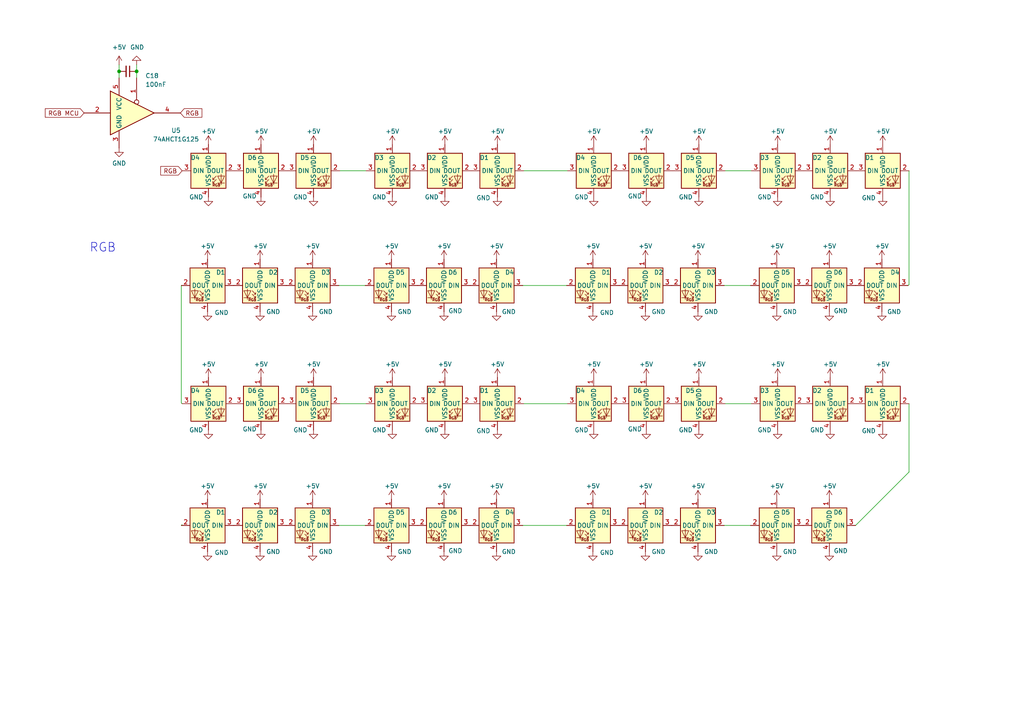
<source format=kicad_sch>
(kicad_sch (version 20230121) (generator eeschema)
  (paper "A4")
  (junction (at 34.544 20.701))
  (junction (at 39.624 20.701))
  (wire (pts (xy 34.544 18.796) (xy 34.544 20.701)))
  (wire (pts (xy 210.312 117.094) (xy 217.932 117.094)))
  (wire (pts (xy 151.638 152.4) (xy 164.338 152.4)))
  (wire (pts (xy 52.578 82.804) (xy 52.578 116.84)))
  (wire (pts (xy 39.624 20.701) (xy 39.624 22.606)))
  (wire (pts (xy 263.652 117.094) (xy 263.652 136.906)))
  (wire (pts (xy 217.678 82.804) (xy 210.058 82.804)))
  (wire (pts (xy 217.678 152.4) (xy 210.058 152.4)))
  (wire (pts (xy 164.592 49.53) (xy 151.892 49.53)))
  (wire (pts (xy 151.638 82.804) (xy 164.338 82.804)))
  (wire (pts (xy 263.652 136.906) (xy 248.158 152.4)))
  (wire (pts (xy 210.312 49.53) (xy 217.932 49.53)))
  (wire (pts (xy 52.578 116.84) (xy 52.832 117.094)))
  (wire (pts (xy 39.624 18.796) (xy 39.624 20.701)))
  (wire (pts (xy 34.544 20.701) (xy 34.544 22.606)))
  (wire (pts (xy 263.652 49.53) (xy 263.652 82.55)))
  (wire (pts (xy 98.552 49.53) (xy 106.172 49.53)))
  (wire (pts (xy 164.592 117.094) (xy 151.892 117.094)))
  (wire (pts (xy 52.832 152.146) (xy 52.578 152.4)))
  (wire (pts (xy 98.552 117.094) (xy 106.172 117.094)))
  (wire (pts (xy 105.918 152.4) (xy 98.298 152.4)))
  (wire (pts (xy 263.652 82.55) (xy 263.398 82.804)))
  (wire (pts (xy 105.918 82.804) (xy 98.298 82.804)))
  (text "RGB" (at 25.908 73.406 0) (effects (font (size 2.54 2.54)) (justify left bottom)))
  (global_label "RGB" (shape input) (at 52.832 49.53 180) (property "Intersheetrefs" "${INTERSHEET_REFS}" (effects hide)))
  (global_label "RGB MCU" (shape input) (at 24.384 32.766 180) (property "Intersheetrefs" "${INTERSHEET_REFS}" (effects hide)))
  (global_label "RGB" (shape input) (at 52.324 32.766 0) (property "Intersheetrefs" "${INTERSHEET_REFS}" (effects hide)))
  (symbol (lib_id "PCM_marbastlib-various:SK6812MINI-E") (at 255.778 82.804 0) (mirror y) (unit 1)
    (property "Reference" "D4" (at 259.588 78.994 0))
    (property "Value" "SK6812MINI-E" (effects hide))
    (property "Footprint" "PCM_marbastlib-various:LED_6028R" (effects hide))
    (property "Datasheet" "https://cdn-shop.adafruit.com/product-files/2686/SK6812MINI_REV.01-1-2.pdf" (effects hide))
    (property "LCSC Part" "C5149201" (effects hide))
    (property "LCSC" "C5149201" (effects hide))
    (instances (project "MoonPad" (path "" (reference "D4") (unit 1))) (project "vootington" (path "" (reference "D7") (unit 1)) (path "" (reference "D19") (unit 1))))
  )
  (symbol (lib_id "power:+5V") (at 129.032 109.474 0) (mirror y) (unit 1)
    (property "Reference" "#PWR037" (effects hide))
    (property "Value" "+5V" (at 129.032 105.664 0))
    (instances (project "MoonPad" (path "" (reference "#PWR037") (unit 1))) (project "vootington" (path "" (reference "#PWR037") (unit 1)) (path "" (reference "#PWR0269") (unit 1))))
  )
  (symbol (lib_id "power:GND") (at 172.212 57.15 0) (mirror y) (unit 1)
    (property "Reference" "#PWR045" (effects hide))
    (property "Value" "GND" (at 168.656 57.15 0))
    (instances (project "MoonPad" (path "" (reference "#PWR045") (unit 1))) (project "vootington" (path "" (reference "#PWR051") (unit 1)) (path "" (reference "#PWR051") (unit 1))))
  )
  (symbol (lib_id "power:GND") (at 187.198 160.02 0) (unit 1)
    (property "Reference" "#PWR031" (effects hide))
    (property "Value" "GND" (at 191.008 160.02 0))
    (instances (project "MoonPad" (path "" (reference "#PWR031") (unit 1))) (project "vootington" (path "" (reference "#PWR047") (unit 1)) (path "" (reference "#PWR0351") (unit 1))))
  )
  (symbol (lib_id "PCM_marbastlib-various:SK6812MINI-E") (at 172.212 117.094 0) (unit 1)
    (property "Reference" "D4" (at 168.402 113.284 0))
    (property "Value" "SK6812MINI-E" (effects hide))
    (property "Footprint" "PCM_marbastlib-various:LED_6028R" (effects hide))
    (property "Datasheet" "https://cdn-shop.adafruit.com/product-files/2686/SK6812MINI_REV.01-1-2.pdf" (effects hide))
    (property "LCSC Part" "C5149201" (effects hide))
    (property "LCSC" "C5149201" (effects hide))
    (instances (project "MoonPad" (path "" (reference "D4") (unit 1))) (project "vootington" (path "" (reference "D7") (unit 1)) (path "" (reference "D37") (unit 1))))
  )
  (symbol (lib_id "power:GND") (at 171.958 90.424 0) (unit 1)
    (property "Reference" "#PWR043" (effects hide))
    (property "Value" "GND" (at 176.022 90.678 0))
    (instances (project "MoonPad" (path "" (reference "#PWR043") (unit 1))) (project "vootington" (path "" (reference "#PWR046") (unit 1)) (path "" (reference "#PWR0338") (unit 1))))
  )
  (symbol (lib_id "power:GND") (at 172.212 124.714 0) (mirror y) (unit 1)
    (property "Reference" "#PWR045" (effects hide))
    (property "Value" "GND" (at 168.656 124.714 0))
    (instances (project "MoonPad" (path "" (reference "#PWR045") (unit 1))) (project "vootington" (path "" (reference "#PWR051") (unit 1)) (path "" (reference "#PWR0331") (unit 1))))
  )
  (symbol (lib_id "power:+5V") (at 144.018 75.184 0) (unit 1)
    (property "Reference" "#PWR040" (effects hide))
    (property "Value" "+5V" (at 144.018 71.374 0))
    (instances (project "MoonPad" (path "" (reference "#PWR040") (unit 1))) (project "vootington" (path "" (reference "#PWR038") (unit 1)) (path "" (reference "#PWR0252") (unit 1))))
  )
  (symbol (lib_id "PCM_marbastlib-various:SK6812MINI-E") (at 90.678 152.4 0) (mirror y) (unit 1)
    (property "Reference" "D3" (at 94.488 148.59 0))
    (property "Value" "SK6812MINI" (effects hide))
    (property "Footprint" "PCM_marbastlib-various:LED_6028R" (effects hide))
    (property "Datasheet" "https://datasheet.lcsc.com/lcsc/2209211130_OPSCO-Optoelectronics-SK6812MINI-B-012_C5183448.pdf" (effects hide))
    (property "LCSC Part" "C5183448" (effects hide))
    (property "LCSC" "C5183448" (effects hide))
    (instances (project "MoonPad" (path "" (reference "D3") (unit 1))) (project "vootington" (path "" (reference "D4") (unit 1)) (path "" (reference "D46") (unit 1))))
  )
  (symbol (lib_id "power:+5V") (at 202.438 144.78 0) (unit 1)
    (property "Reference" "#PWR040" (effects hide))
    (property "Value" "+5V" (at 202.438 140.97 0))
    (instances (project "MoonPad" (path "" (reference "#PWR040") (unit 1))) (project "vootington" (path "" (reference "#PWR038") (unit 1)) (path "" (reference "#PWR0294") (unit 1))))
  )
  (symbol (lib_id "PCM_marbastlib-various:SK6812MINI-E") (at 90.932 117.094 0) (unit 1)
    (property "Reference" "D5" (at 88.392 113.284 0))
    (property "Value" "SK6812MINI" (effects hide))
    (property "Footprint" "PCM_marbastlib-various:LED_6028R" (effects hide))
    (property "Datasheet" "https://datasheet.lcsc.com/lcsc/2209211130_OPSCO-Optoelectronics-SK6812MINI-B-012_C5183448.pdf" (effects hide))
    (property "LCSC Part" "C5183448" (effects hide))
    (property "LCSC" "C5183448" (effects hide))
    (instances (project "MoonPad" (path "" (reference "D5") (unit 1))) (project "vootington" (path "" (reference "D5") (unit 1)) (path "" (reference "D29") (unit 1))))
  )
  (symbol (lib_id "power:+5V") (at 202.692 109.474 0) (mirror y) (unit 1)
    (property "Reference" "#PWR030" (effects hide))
    (property "Value" "+5V" (at 202.692 105.664 0))
    (instances (project "MoonPad" (path "" (reference "#PWR030") (unit 1))) (project "vootington" (path "" (reference "#PWR036") (unit 1)) (path "" (reference "#PWR0277") (unit 1))))
  )
  (symbol (lib_id "power:+5V") (at 113.538 144.78 0) (unit 1)
    (property "Reference" "#PWR030" (effects hide))
    (property "Value" "+5V" (at 113.538 140.97 0))
    (instances (project "MoonPad" (path "" (reference "#PWR030") (unit 1))) (project "vootington" (path "" (reference "#PWR036") (unit 1)) (path "" (reference "#PWR0301") (unit 1))))
  )
  (symbol (lib_id "power:+5V") (at 144.018 144.78 0) (unit 1)
    (property "Reference" "#PWR040" (effects hide))
    (property "Value" "+5V" (at 144.018 140.97 0))
    (instances (project "MoonPad" (path "" (reference "#PWR040") (unit 1))) (project "vootington" (path "" (reference "#PWR038") (unit 1)) (path "" (reference "#PWR0303") (unit 1))))
  )
  (symbol (lib_id "PCM_marbastlib-various:SK6812MINI-E") (at 256.032 117.094 0) (unit 1)
    (property "Reference" "D1" (at 252.222 113.284 0))
    (property "Value" "SK6812MINI-E" (effects hide))
    (property "Footprint" "PCM_marbastlib-various:LED_6028R" (effects hide))
    (property "Datasheet" "https://cdn-shop.adafruit.com/product-files/2686/SK6812MINI_REV.01-1-2.pdf" (effects hide))
    (property "LCSC Part" "C5149201" (effects hide))
    (property "LCSC" "C5149201" (effects hide))
    (instances (project "MoonPad" (path "" (reference "D1") (unit 1))) (project "vootington" (path "" (reference "D2") (unit 1)) (path "" (reference "D32") (unit 1))))
  )
  (symbol (lib_id "power:+5V") (at 172.212 109.474 0) (mirror y) (unit 1)
    (property "Reference" "#PWR040" (effects hide))
    (property "Value" "+5V" (at 172.212 105.664 0))
    (instances (project "MoonPad" (path "" (reference "#PWR040") (unit 1))) (project "vootington" (path "" (reference "#PWR038") (unit 1)) (path "" (reference "#PWR0279") (unit 1))))
  )
  (symbol (lib_id "PCM_marbastlib-various:SK6812MINI-E") (at 113.538 152.4 0) (mirror y) (unit 1)
    (property "Reference" "D5" (at 116.078 148.59 0))
    (property "Value" "SK6812MINI" (effects hide))
    (property "Footprint" "PCM_marbastlib-various:LED_6028R" (effects hide))
    (property "Datasheet" "https://datasheet.lcsc.com/lcsc/2209211130_OPSCO-Optoelectronics-SK6812MINI-B-012_C5183448.pdf" (effects hide))
    (property "LCSC Part" "C5183448" (effects hide))
    (property "LCSC" "C5183448" (effects hide))
    (instances (project "MoonPad" (path "" (reference "D5") (unit 1))) (project "vootington" (path "" (reference "D5") (unit 1)) (path "" (reference "D47") (unit 1))))
  )
  (symbol (lib_id "PCM_marbastlib-various:SK6812MINI-E") (at 128.778 152.4 0) (mirror y) (unit 1)
    (property "Reference" "D6" (at 131.318 148.59 0))
    (property "Value" "SK6812MINI" (effects hide))
    (property "Footprint" "PCM_marbastlib-various:LED_6028R" (effects hide))
    (property "Datasheet" "https://datasheet.lcsc.com/lcsc/2209211130_OPSCO-Optoelectronics-SK6812MINI-B-012_C5183448.pdf" (effects hide))
    (property "LCSC Part" "C5183448" (effects hide))
    (property "LCSC" "C5183448" (effects hide))
    (instances (project "MoonPad" (path "" (reference "D6") (unit 1))) (project "vootington" (path "" (reference "D6") (unit 1)) (path "" (reference "D48") (unit 1))))
  )
  (symbol (lib_id "power:GND") (at 187.198 90.424 0) (unit 1)
    (property "Reference" "#PWR031" (effects hide))
    (property "Value" "GND" (at 191.008 90.424 0))
    (instances (project "MoonPad" (path "" (reference "#PWR031") (unit 1))) (project "vootington" (path "" (reference "#PWR047") (unit 1)) (path "" (reference "#PWR0339") (unit 1))))
  )
  (symbol (lib_id "power:+5V") (at 128.778 144.78 0) (unit 1)
    (property "Reference" "#PWR037" (effects hide))
    (property "Value" "+5V" (at 128.778 140.97 0))
    (instances (project "MoonPad" (path "" (reference "#PWR037") (unit 1))) (project "vootington" (path "" (reference "#PWR037") (unit 1)) (path "" (reference "#PWR0302") (unit 1))))
  )
  (symbol (lib_id "power:GND") (at 113.538 160.02 0) (unit 1)
    (property "Reference" "#PWR041" (effects hide))
    (property "Value" "GND" (at 117.348 160.02 0))
    (instances (project "MoonPad" (path "" (reference "#PWR041") (unit 1))) (project "vootington" (path "" (reference "#PWR049") (unit 1)) (path "" (reference "#PWR0335") (unit 1))))
  )
  (symbol (lib_id "power:GND") (at 202.692 57.15 0) (mirror y) (unit 1)
    (property "Reference" "#PWR041" (effects hide))
    (property "Value" "GND" (at 198.882 57.15 0))
    (instances (project "MoonPad" (path "" (reference "#PWR041") (unit 1))) (project "vootington" (path "" (reference "#PWR049") (unit 1)) (path "" (reference "#PWR049") (unit 1))))
  )
  (symbol (lib_id "power:GND") (at 60.452 57.15 0) (mirror y) (unit 1)
    (property "Reference" "#PWR045" (effects hide))
    (property "Value" "GND" (at 56.896 57.15 0))
    (instances (project "MoonPad" (path "" (reference "#PWR045") (unit 1))) (project "vootington" (path "" (reference "#PWR051") (unit 1)) (path "" (reference "#PWR0319") (unit 1))))
  )
  (symbol (lib_id "power:+5V") (at 60.198 75.184 0) (unit 1)
    (property "Reference" "#PWR030" (effects hide))
    (property "Value" "+5V" (at 60.198 71.374 0))
    (instances (project "MoonPad" (path "" (reference "#PWR030") (unit 1))) (project "vootington" (path "" (reference "#PWR036") (unit 1)) (path "" (reference "#PWR0244") (unit 1))))
  )
  (symbol (lib_id "PCM_marbastlib-various:SK6812MINI-E") (at 113.792 49.53 0) (unit 1)
    (property "Reference" "D3" (at 109.982 45.72 0))
    (property "Value" "SK6812MINI" (effects hide))
    (property "Footprint" "PCM_marbastlib-various:LED_6028R" (effects hide))
    (property "Datasheet" "https://datasheet.lcsc.com/lcsc/2209211130_OPSCO-Optoelectronics-SK6812MINI-B-012_C5183448.pdf" (effects hide))
    (property "LCSC Part" "C5183448" (effects hide))
    (property "LCSC" "C5183448" (effects hide))
    (instances (project "MoonPad" (path "" (reference "D3") (unit 1))) (project "vootington" (path "" (reference "D4") (unit 1)) (path "" (reference "D10") (unit 1))))
  )
  (symbol (lib_id "PCM_marbastlib-various:SK6812MINI-E") (at 75.438 82.804 0) (mirror y) (unit 1)
    (property "Reference" "D2" (at 79.248 78.994 0))
    (property "Value" "SK6812MINI" (effects hide))
    (property "Footprint" "PCM_marbastlib-various:LED_6028R" (effects hide))
    (property "Datasheet" "https://datasheet.lcsc.com/lcsc/2209211130_OPSCO-Optoelectronics-SK6812MINI-B-012_C5183448.pdf" (effects hide))
    (property "LCSC Part" "C5183448" (effects hide))
    (property "LCSC" "C5183448" (effects hide))
    (instances (project "MoonPad" (path "" (reference "D2") (unit 1))) (project "vootington" (path "" (reference "D3") (unit 1)) (path "" (reference "D21") (unit 1))))
  )
  (symbol (lib_id "power:+5V") (at 60.452 41.91 0) (mirror y) (unit 1)
    (property "Reference" "#PWR040" (effects hide))
    (property "Value" "+5V" (at 60.452 38.1 0))
    (instances (project "MoonPad" (path "" (reference "#PWR040") (unit 1))) (project "vootington" (path "" (reference "#PWR038") (unit 1)) (path "" (reference "#PWR0240") (unit 1))))
  )
  (symbol (lib_id "PCM_marbastlib-various:SK6812MINI-E") (at 202.692 117.094 0) (unit 1)
    (property "Reference" "D5" (at 200.152 113.284 0))
    (property "Value" "SK6812MINI" (effects hide))
    (property "Footprint" "PCM_marbastlib-various:LED_6028R" (effects hide))
    (property "Datasheet" "https://datasheet.lcsc.com/lcsc/2209211130_OPSCO-Optoelectronics-SK6812MINI-B-012_C5183448.pdf" (effects hide))
    (property "LCSC Part" "C5183448" (effects hide))
    (property "LCSC" "C5183448" (effects hide))
    (instances (project "MoonPad" (path "" (reference "D5") (unit 1))) (project "vootington" (path "" (reference "D5") (unit 1)) (path "" (reference "D35") (unit 1))))
  )
  (symbol (lib_id "PCM_marbastlib-various:SK6812MINI-E") (at 113.792 117.094 0) (unit 1)
    (property "Reference" "D3" (at 109.982 113.284 0))
    (property "Value" "SK6812MINI" (effects hide))
    (property "Footprint" "PCM_marbastlib-various:LED_6028R" (effects hide))
    (property "Datasheet" "https://datasheet.lcsc.com/lcsc/2209211130_OPSCO-Optoelectronics-SK6812MINI-B-012_C5183448.pdf" (effects hide))
    (property "LCSC Part" "C5183448" (effects hide))
    (property "LCSC" "C5183448" (effects hide))
    (instances (project "MoonPad" (path "" (reference "D3") (unit 1))) (project "vootington" (path "" (reference "D4") (unit 1)) (path "" (reference "D28") (unit 1))))
  )
  (symbol (lib_id "PCM_marbastlib-various:SK6812MINI-E") (at 113.538 82.804 0) (mirror y) (unit 1)
    (property "Reference" "D5" (at 116.078 78.994 0))
    (property "Value" "SK6812MINI" (effects hide))
    (property "Footprint" "PCM_marbastlib-various:LED_6028R" (effects hide))
    (property "Datasheet" "https://datasheet.lcsc.com/lcsc/2209211130_OPSCO-Optoelectronics-SK6812MINI-B-012_C5183448.pdf" (effects hide))
    (property "LCSC Part" "C5183448" (effects hide))
    (property "LCSC" "C5183448" (effects hide))
    (instances (project "MoonPad" (path "" (reference "D5") (unit 1))) (project "vootington" (path "" (reference "D5") (unit 1)) (path "" (reference "D23") (unit 1))))
  )
  (symbol (lib_id "PCM_marbastlib-various:SK6812MINI-E") (at 144.272 49.53 0) (unit 1)
    (property "Reference" "D1" (at 140.462 45.72 0))
    (property "Value" "SK6812MINI-E" (effects hide))
    (property "Footprint" "PCM_marbastlib-various:LED_6028R" (effects hide))
    (property "Datasheet" "https://cdn-shop.adafruit.com/product-files/2686/SK6812MINI_REV.01-1-2.pdf" (effects hide))
    (property "LCSC Part" "C5149201" (effects hide))
    (property "LCSC" "C5149201" (effects hide))
    (instances (project "MoonPad" (path "" (reference "D1") (unit 1))) (project "vootington" (path "" (reference "D2") (unit 1)) (path "" (reference "D8") (unit 1))))
  )
  (symbol (lib_id "PCM_marbastlib-various:SK6812MINI-E") (at 60.198 152.4 0) (mirror y) (unit 1)
    (property "Reference" "D1" (at 64.008 148.59 0))
    (property "Value" "SK6812MINI-E" (effects hide))
    (property "Footprint" "PCM_marbastlib-various:LED_6028R" (effects hide))
    (property "Datasheet" "https://cdn-shop.adafruit.com/product-files/2686/SK6812MINI_REV.01-1-2.pdf" (effects hide))
    (property "LCSC Part" "C5149201" (effects hide))
    (property "LCSC" "C5149201" (effects hide))
    (instances (project "MoonPad" (path "" (reference "D1") (unit 1))) (project "vootington" (path "" (reference "D2") (unit 1)) (path "" (reference "D44") (unit 1))))
  )
  (symbol (lib_id "power:GND") (at 240.538 90.424 0) (unit 1)
    (property "Reference" "#PWR033" (effects hide))
    (property "Value" "GND" (at 243.84 90.17 0))
    (instances (project "MoonPad" (path "" (reference "#PWR033") (unit 1))) (project "vootington" (path "" (reference "#PWR050") (unit 1)) (path "" (reference "#PWR0342") (unit 1))))
  )
  (symbol (lib_id "PCM_marbastlib-various:SK6812MINI-E") (at 240.792 49.53 0) (unit 1)
    (property "Reference" "D2" (at 236.982 45.72 0))
    (property "Value" "SK6812MINI" (effects hide))
    (property "Footprint" "PCM_marbastlib-various:LED_6028R" (effects hide))
    (property "Datasheet" "https://datasheet.lcsc.com/lcsc/2209211130_OPSCO-Optoelectronics-SK6812MINI-B-012_C5183448.pdf" (effects hide))
    (property "LCSC Part" "C5183448" (effects hide))
    (property "LCSC" "C5183448" (effects hide))
    (instances (project "MoonPad" (path "" (reference "D2") (unit 1))) (project "vootington" (path "" (reference "D3") (unit 1)) (path "" (reference "D3") (unit 1))))
  )
  (symbol (lib_id "power:GND") (at 113.538 90.424 0) (unit 1)
    (property "Reference" "#PWR041" (effects hide))
    (property "Value" "GND" (at 117.348 90.424 0))
    (instances (project "MoonPad" (path "" (reference "#PWR041") (unit 1))) (project "vootington" (path "" (reference "#PWR049") (unit 1)) (path "" (reference "#PWR0323") (unit 1))))
  )
  (symbol (lib_id "power:+5V") (at 144.272 41.91 0) (mirror y) (unit 1)
    (property "Reference" "#PWR030" (effects hide))
    (property "Value" "+5V" (at 144.272 38.1 0))
    (instances (project "MoonPad" (path "" (reference "#PWR030") (unit 1))) (project "vootington" (path "" (reference "#PWR036") (unit 1)) (path "" (reference "#PWR0224") (unit 1))))
  )
  (symbol (lib_id "power:+5V") (at 187.198 75.184 0) (unit 1)
    (property "Reference" "#PWR037" (effects hide))
    (property "Value" "+5V" (at 187.198 71.374 0))
    (instances (project "MoonPad" (path "" (reference "#PWR037") (unit 1))) (project "vootington" (path "" (reference "#PWR037") (unit 1)) (path "" (reference "#PWR0257") (unit 1))))
  )
  (symbol (lib_id "PCM_marbastlib-various:SK6812MINI-E") (at 75.692 49.53 0) (unit 1)
    (property "Reference" "D6" (at 73.152 45.72 0))
    (property "Value" "SK6812MINI" (effects hide))
    (property "Footprint" "PCM_marbastlib-various:LED_6028R" (effects hide))
    (property "Datasheet" "https://datasheet.lcsc.com/lcsc/2209211130_OPSCO-Optoelectronics-SK6812MINI-B-012_C5183448.pdf" (effects hide))
    (property "LCSC Part" "C5183448" (effects hide))
    (property "LCSC" "C5183448" (effects hide))
    (instances (project "MoonPad" (path "" (reference "D6") (unit 1))) (project "vootington" (path "" (reference "D6") (unit 1)) (path "" (reference "D12") (unit 1))))
  )
  (symbol (lib_id "PCM_marbastlib-various:SK6812MINI-E") (at 129.032 117.094 0) (unit 1)
    (property "Reference" "D2" (at 125.222 113.284 0))
    (property "Value" "SK6812MINI" (effects hide))
    (property "Footprint" "PCM_marbastlib-various:LED_6028R" (effects hide))
    (property "Datasheet" "https://datasheet.lcsc.com/lcsc/2209211130_OPSCO-Optoelectronics-SK6812MINI-B-012_C5183448.pdf" (effects hide))
    (property "LCSC Part" "C5183448" (effects hide))
    (property "LCSC" "C5183448" (effects hide))
    (instances (project "MoonPad" (path "" (reference "D2") (unit 1))) (project "vootington" (path "" (reference "D3") (unit 1)) (path "" (reference "D27") (unit 1))))
  )
  (symbol (lib_id "power:GND") (at 128.778 90.424 0) (unit 1)
    (property "Reference" "#PWR033" (effects hide))
    (property "Value" "GND" (at 132.08 90.17 0))
    (instances (project "MoonPad" (path "" (reference "#PWR033") (unit 1))) (project "vootington" (path "" (reference "#PWR050") (unit 1)) (path "" (reference "#PWR0324") (unit 1))))
  )
  (symbol (lib_id "power:GND") (at 202.438 90.424 0) (unit 1)
    (property "Reference" "#PWR038" (effects hide))
    (property "Value" "GND" (at 206.248 90.424 0))
    (instances (project "MoonPad" (path "" (reference "#PWR038") (unit 1))) (project "vootington" (path "" (reference "#PWR048") (unit 1)) (path "" (reference "#PWR0340") (unit 1))))
  )
  (symbol (lib_id "power:GND") (at 144.018 160.02 0) (unit 1)
    (property "Reference" "#PWR045" (effects hide))
    (property "Value" "GND" (at 147.574 160.02 0))
    (instances (project "MoonPad" (path "" (reference "#PWR045") (unit 1))) (project "vootington" (path "" (reference "#PWR051") (unit 1)) (path "" (reference "#PWR0337") (unit 1))))
  )
  (symbol (lib_id "power:+5V") (at 60.198 144.78 0) (unit 1)
    (property "Reference" "#PWR030" (effects hide))
    (property "Value" "+5V" (at 60.198 140.97 0))
    (instances (project "MoonPad" (path "" (reference "#PWR030") (unit 1))) (project "vootington" (path "" (reference "#PWR036") (unit 1)) (path "" (reference "#PWR0298") (unit 1))))
  )
  (symbol (lib_id "power:GND") (at 60.198 160.02 0) (unit 1)
    (property "Reference" "#PWR043" (effects hide))
    (property "Value" "GND" (at 64.262 160.274 0))
    (instances (project "MoonPad" (path "" (reference "#PWR043") (unit 1))) (project "vootington" (path "" (reference "#PWR046") (unit 1)) (path "" (reference "#PWR0332") (unit 1))))
  )
  (symbol (lib_id "power:+5V") (at 90.678 144.78 0) (unit 1)
    (property "Reference" "#PWR040" (effects hide))
    (property "Value" "+5V" (at 90.678 140.97 0))
    (instances (project "MoonPad" (path "" (reference "#PWR040") (unit 1))) (project "vootington" (path "" (reference "#PWR038") (unit 1)) (path "" (reference "#PWR0300") (unit 1))))
  )
  (symbol (lib_id "PCM_marbastlib-various:SK6812MINI-E") (at 144.018 152.4 0) (mirror y) (unit 1)
    (property "Reference" "D4" (at 147.828 148.59 0))
    (property "Value" "SK6812MINI-E" (effects hide))
    (property "Footprint" "PCM_marbastlib-various:LED_6028R" (effects hide))
    (property "Datasheet" "https://cdn-shop.adafruit.com/product-files/2686/SK6812MINI_REV.01-1-2.pdf" (effects hide))
    (property "LCSC Part" "C5149201" (effects hide))
    (property "LCSC" "C5149201" (effects hide))
    (instances (project "MoonPad" (path "" (reference "D4") (unit 1))) (project "vootington" (path "" (reference "D7") (unit 1)) (path "" (reference "D49") (unit 1))))
  )
  (symbol (lib_id "power:+5V") (at 202.438 75.184 0) (unit 1)
    (property "Reference" "#PWR040" (effects hide))
    (property "Value" "+5V" (at 202.438 71.374 0))
    (instances (project "MoonPad" (path "" (reference "#PWR040") (unit 1))) (project "vootington" (path "" (reference "#PWR038") (unit 1)) (path "" (reference "#PWR0258") (unit 1))))
  )
  (symbol (lib_id "power:GND") (at 90.678 90.424 0) (unit 1)
    (property "Reference" "#PWR038" (effects hide))
    (property "Value" "GND" (at 94.488 90.424 0))
    (instances (project "MoonPad" (path "" (reference "#PWR038") (unit 1))) (project "vootington" (path "" (reference "#PWR048") (unit 1)) (path "" (reference "#PWR0322") (unit 1))))
  )
  (symbol (lib_id "PCM_marbastlib-various:SK6812MINI-E") (at 240.792 117.094 0) (unit 1)
    (property "Reference" "D2" (at 236.982 113.284 0))
    (property "Value" "SK6812MINI" (effects hide))
    (property "Footprint" "PCM_marbastlib-various:LED_6028R" (effects hide))
    (property "Datasheet" "https://datasheet.lcsc.com/lcsc/2209211130_OPSCO-Optoelectronics-SK6812MINI-B-012_C5183448.pdf" (effects hide))
    (property "LCSC Part" "C5183448" (effects hide))
    (property "LCSC" "C5183448" (effects hide))
    (instances (project "MoonPad" (path "" (reference "D2") (unit 1))) (project "vootington" (path "" (reference "D3") (unit 1)) (path "" (reference "D33") (unit 1))))
  )
  (symbol (lib_id "power:GND") (at 75.438 90.424 0) (unit 1)
    (property "Reference" "#PWR031" (effects hide))
    (property "Value" "GND" (at 79.248 90.424 0))
    (instances (project "MoonPad" (path "" (reference "#PWR031") (unit 1))) (project "vootington" (path "" (reference "#PWR047") (unit 1)) (path "" (reference "#PWR0321") (unit 1))))
  )
  (symbol (lib_id "PCM_marbastlib-various:SK6812MINI-E") (at 171.958 152.4 0) (mirror y) (unit 1)
    (property "Reference" "D1" (at 175.768 148.59 0))
    (property "Value" "SK6812MINI-E" (effects hide))
    (property "Footprint" "PCM_marbastlib-various:LED_6028R" (effects hide))
    (property "Datasheet" "https://cdn-shop.adafruit.com/product-files/2686/SK6812MINI_REV.01-1-2.pdf" (effects hide))
    (property "LCSC Part" "C5149201" (effects hide))
    (property "LCSC" "C5149201" (effects hide))
    (instances (project "MoonPad" (path "" (reference "D1") (unit 1))) (project "vootington" (path "" (reference "D2") (unit 1)) (path "" (reference "D38") (unit 1))))
  )
  (symbol (lib_id "power:+5V") (at 75.438 75.184 0) (unit 1)
    (property "Reference" "#PWR037" (effects hide))
    (property "Value" "+5V" (at 75.438 71.374 0))
    (instances (project "MoonPad" (path "" (reference "#PWR037") (unit 1))) (project "vootington" (path "" (reference "#PWR037") (unit 1)) (path "" (reference "#PWR0245") (unit 1))))
  )
  (symbol (lib_id "power:+5V") (at 172.212 41.91 0) (mirror y) (unit 1)
    (property "Reference" "#PWR040" (effects hide))
    (property "Value" "+5V" (at 172.212 38.1 0))
    (instances (project "MoonPad" (path "" (reference "#PWR040") (unit 1))) (project "vootington" (path "" (reference "#PWR038") (unit 1)) (path "" (reference "#PWR038") (unit 1))))
  )
  (symbol (lib_id "power:GND") (at 39.624 18.796 180) (unit 1)
    (property "Reference" "#PWR0137" (effects hide))
    (property "Value" "GND" (at 37.719 13.716 0) (effects (justify right)))
    (instances (project "rgb" (path "" (reference "#PWR0137") (unit 1))) (project "vootington" (path "" (reference "#PWR017") (unit 1))) (project "UB46" (path "" (reference "#PWR0137") (unit 1))))
  )
  (symbol (lib_id "power:GND") (at 187.452 57.15 0) (mirror y) (unit 1)
    (property "Reference" "#PWR033" (effects hide))
    (property "Value" "GND" (at 184.15 56.896 0))
    (instances (project "MoonPad" (path "" (reference "#PWR033") (unit 1))) (project "vootington" (path "" (reference "#PWR050") (unit 1)) (path "" (reference "#PWR050") (unit 1))))
  )
  (symbol (lib_id "PCM_marbastlib-various:SK6812MINI-E") (at 75.692 117.094 0) (unit 1)
    (property "Reference" "D6" (at 73.152 113.284 0))
    (property "Value" "SK6812MINI" (effects hide))
    (property "Footprint" "PCM_marbastlib-various:LED_6028R" (effects hide))
    (property "Datasheet" "https://datasheet.lcsc.com/lcsc/2209211130_OPSCO-Optoelectronics-SK6812MINI-B-012_C5183448.pdf" (effects hide))
    (property "LCSC Part" "C5183448" (effects hide))
    (property "LCSC" "C5183448" (effects hide))
    (instances (project "MoonPad" (path "" (reference "D6") (unit 1))) (project "vootington" (path "" (reference "D6") (unit 1)) (path "" (reference "D30") (unit 1))))
  )
  (symbol (lib_id "power:+5V") (at 90.932 109.474 0) (mirror y) (unit 1)
    (property "Reference" "#PWR030" (effects hide))
    (property "Value" "+5V" (at 90.932 105.664 0))
    (instances (project "MoonPad" (path "" (reference "#PWR030") (unit 1))) (project "vootington" (path "" (reference "#PWR036") (unit 1)) (path "" (reference "#PWR0271") (unit 1))))
  )
  (symbol (lib_id "power:+5V") (at 240.792 41.91 0) (mirror y) (unit 1)
    (property "Reference" "#PWR026" (effects hide))
    (property "Value" "+5V" (at 240.792 38.1 0))
    (instances (project "MoonPad" (path "" (reference "#PWR026") (unit 1))) (project "vootington" (path "" (reference "#PWR034") (unit 1)) (path "" (reference "#PWR034") (unit 1))))
  )
  (symbol (lib_id "power:GND") (at 90.932 57.15 0) (mirror y) (unit 1)
    (property "Reference" "#PWR041" (effects hide))
    (property "Value" "GND" (at 87.122 57.15 0))
    (instances (project "MoonPad" (path "" (reference "#PWR041") (unit 1))) (project "vootington" (path "" (reference "#PWR049") (unit 1)) (path "" (reference "#PWR0317") (unit 1))))
  )
  (symbol (lib_id "power:+5V") (at 90.932 41.91 0) (mirror y) (unit 1)
    (property "Reference" "#PWR030" (effects hide))
    (property "Value" "+5V" (at 90.932 38.1 0))
    (instances (project "MoonPad" (path "" (reference "#PWR030") (unit 1))) (project "vootington" (path "" (reference "#PWR036") (unit 1)) (path "" (reference "#PWR0238") (unit 1))))
  )
  (symbol (lib_id "power:+5V") (at 255.778 75.184 0) (unit 1)
    (property "Reference" "#PWR040" (effects hide))
    (property "Value" "+5V" (at 255.778 71.374 0))
    (instances (project "MoonPad" (path "" (reference "#PWR040") (unit 1))) (project "vootington" (path "" (reference "#PWR038") (unit 1)) (path "" (reference "#PWR0264") (unit 1))))
  )
  (symbol (lib_id "power:+5V") (at 256.032 109.474 0) (mirror y) (unit 1)
    (property "Reference" "#PWR030" (effects hide))
    (property "Value" "+5V" (at 256.032 105.664 0))
    (instances (project "MoonPad" (path "" (reference "#PWR030") (unit 1))) (project "vootington" (path "" (reference "#PWR036") (unit 1)) (path "" (reference "#PWR0274") (unit 1))))
  )
  (symbol (lib_id "power:+5V") (at 187.452 41.91 0) (mirror y) (unit 1)
    (property "Reference" "#PWR037" (effects hide))
    (property "Value" "+5V" (at 187.452 38.1 0))
  )
  (symbol (lib_id "power:GND") (at 34.544 42.926 0) (unit 1)
    (property "Reference" "#PWR0136" (effects hide))
    (property "Value" "GND" (at 34.544 47.371 0))
    (instances (project "rgb" (path "" (reference "#PWR0136") (unit 1))) (project "vootington" (path "" (reference "#PWR019") (unit 1))) (project "UB46" (path "" (reference "#PWR0136") (unit 1))))
  )
  (symbol (lib_id "power:+5V") (at 113.792 41.91 0) (mirror y) (unit 1)
    (property "Reference" "#PWR040" (effects hide))
    (property "Value" "+5V" (at 113.792 38.1 0))
    (instances (project "MoonPad" (path "" (reference "#PWR040") (unit 1))) (project "vootington" (path "" (reference "#PWR038") (unit 1)) (path "" (reference "#PWR0226") (unit 1))))
  )
  (symbol (lib_id "power:GND") (at 240.792 124.714 0) (mirror y) (unit 1)
    (property "Reference" "#PWR031" (effects hide))
    (property "Value" "GND" (at 236.982 124.714 0))
    (instances (project "MoonPad" (path "" (reference "#PWR031") (unit 1))) (project "vootington" (path "" (reference "#PWR047") (unit 1)) (path "" (reference "#PWR0327") (unit 1))))
  )
  (symbol (lib_id "PCM_marbastlib-various:SK6812MINI-E") (at 202.438 152.4 0) (mirror y) (unit 1)
    (property "Reference" "D3" (at 206.248 148.59 0))
    (property "Value" "SK6812MINI" (effects hide))
    (property "Footprint" "PCM_marbastlib-various:LED_6028R" (effects hide))
    (property "Datasheet" "https://datasheet.lcsc.com/lcsc/2209211130_OPSCO-Optoelectronics-SK6812MINI-B-012_C5183448.pdf" (effects hide))
    (property "LCSC Part" "C5183448" (effects hide))
    (property "LCSC" "C5183448" (effects hide))
    (instances (project "MoonPad" (path "" (reference "D3") (unit 1))) (project "vootington" (path "" (reference "D4") (unit 1)) (path "" (reference "D40") (unit 1))))
  )
  (symbol (lib_id "power:+5V") (at 225.552 109.474 0) (mirror y) (unit 1)
    (property "Reference" "#PWR040" (effects hide))
    (property "Value" "+5V" (at 225.552 105.664 0))
    (instances (project "MoonPad" (path "" (reference "#PWR040") (unit 1))) (project "vootington" (path "" (reference "#PWR038") (unit 1)) (path "" (reference "#PWR0276") (unit 1))))
  )
  (symbol (lib_id "power:+5V") (at 60.452 109.474 0) (mirror y) (unit 1)
    (property "Reference" "#PWR040" (effects hide))
    (property "Value" "+5V" (at 60.452 105.664 0))
    (instances (project "MoonPad" (path "" (reference "#PWR040") (unit 1))) (project "vootington" (path "" (reference "#PWR038") (unit 1)) (path "" (reference "#PWR0273") (unit 1))))
  )
  (symbol (lib_id "PCM_marbastlib-various:SK6812MINI-E") (at 90.678 82.804 0) (mirror y) (unit 1)
    (property "Reference" "D3" (at 94.488 78.994 0))
    (property "Value" "SK6812MINI" (effects hide))
    (property "Footprint" "PCM_marbastlib-various:LED_6028R" (effects hide))
    (property "Datasheet" "https://datasheet.lcsc.com/lcsc/2209211130_OPSCO-Optoelectronics-SK6812MINI-B-012_C5183448.pdf" (effects hide))
    (property "LCSC Part" "C5183448" (effects hide))
    (property "LCSC" "C5183448" (effects hide))
    (instances (project "MoonPad" (path "" (reference "D3") (unit 1))) (project "vootington" (path "" (reference "D4") (unit 1)) (path "" (reference "D22") (unit 1))))
  )
  (symbol (lib_id "power:+5V") (at 240.538 144.78 0) (unit 1)
    (property "Reference" "#PWR037" (effects hide))
    (property "Value" "+5V" (at 240.538 140.97 0))
    (instances (project "MoonPad" (path "" (reference "#PWR037") (unit 1))) (project "vootington" (path "" (reference "#PWR037") (unit 1)) (path "" (reference "#PWR0296") (unit 1))))
  )
  (symbol (lib_id "PCM_marbastlib-various:SK6812MINI-E") (at 90.932 49.53 0) (unit 1)
    (property "Reference" "D5" (at 88.392 45.72 0))
    (property "Value" "SK6812MINI" (effects hide))
    (property "Footprint" "PCM_marbastlib-various:LED_6028R" (effects hide))
    (property "Datasheet" "https://datasheet.lcsc.com/lcsc/2209211130_OPSCO-Optoelectronics-SK6812MINI-B-012_C5183448.pdf" (effects hide))
    (property "LCSC Part" "C5183448" (effects hide))
    (property "LCSC" "C5183448" (effects hide))
    (instances (project "MoonPad" (path "" (reference "D5") (unit 1))) (project "vootington" (path "" (reference "D5") (unit 1)) (path "" (reference "D11") (unit 1))))
  )
  (symbol (lib_id "power:GND") (at 202.438 160.02 0) (unit 1)
    (property "Reference" "#PWR038" (effects hide))
    (property "Value" "GND" (at 206.248 160.02 0))
    (instances (project "MoonPad" (path "" (reference "#PWR038") (unit 1))) (project "vootington" (path "" (reference "#PWR048") (unit 1)) (path "" (reference "#PWR0352") (unit 1))))
  )
  (symbol (lib_id "PCM_marbastlib-various:SK6812MINI-E") (at 75.438 152.4 0) (mirror y) (unit 1)
    (property "Reference" "D2" (at 79.248 148.59 0))
    (property "Value" "SK6812MINI" (effects hide))
    (property "Footprint" "PCM_marbastlib-various:LED_6028R" (effects hide))
    (property "Datasheet" "https://datasheet.lcsc.com/lcsc/2209211130_OPSCO-Optoelectronics-SK6812MINI-B-012_C5183448.pdf" (effects hide))
    (property "LCSC Part" "C5183448" (effects hide))
    (property "LCSC" "C5183448" (effects hide))
    (instances (project "MoonPad" (path "" (reference "D2") (unit 1))) (project "vootington" (path "" (reference "D3") (unit 1)) (path "" (reference "D45") (unit 1))))
  )
  (symbol (lib_id "PCM_marbastlib-various:SK6812MINI-E") (at 225.552 117.094 0) (unit 1)
    (property "Reference" "D3" (at 221.742 113.284 0))
    (property "Value" "SK6812MINI" (effects hide))
    (property "Footprint" "PCM_marbastlib-various:LED_6028R" (effects hide))
    (property "Datasheet" "https://datasheet.lcsc.com/lcsc/2209211130_OPSCO-Optoelectronics-SK6812MINI-B-012_C5183448.pdf" (effects hide))
    (property "LCSC Part" "C5183448" (effects hide))
    (property "LCSC" "C5183448" (effects hide))
    (instances (project "MoonPad" (path "" (reference "D3") (unit 1))) (project "vootington" (path "" (reference "D4") (unit 1)) (path "" (reference "D34") (unit 1))))
  )
  (symbol (lib_id "power:+5V") (at 171.958 144.78 0) (unit 1)
    (property "Reference" "#PWR030" (effects hide))
    (property "Value" "+5V" (at 171.958 140.97 0))
    (instances (project "MoonPad" (path "" (reference "#PWR030") (unit 1))) (project "vootington" (path "" (reference "#PWR036") (unit 1)) (path "" (reference "#PWR0292") (unit 1))))
  )
  (symbol (lib_id "PCM_marbastlib-various:SK6812MINI-E") (at 187.452 49.53 0) (unit 1)
    (property "Reference" "D6" (at 184.912 45.72 0))
    (property "Value" "SK6812MINI" (effects hide))
    (property "Footprint" "PCM_marbastlib-various:LED_6028R" (effects hide))
    (property "Datasheet" "https://datasheet.lcsc.com/lcsc/2209211130_OPSCO-Optoelectronics-SK6812MINI-B-012_C5183448.pdf" (effects hide))
    (property "LCSC Part" "C5183448" (effects hide))
    (property "LCSC" "C5183448" (effects hide))
  )
  (symbol (lib_id "74xGxx:74AHCT1G125") (at 39.624 32.766 0) (unit 1)
    (property "Reference" "U5" (at 51.054 37.846 0))
    (property "Value" "74AHCT1G125" (at 51.054 40.386 0))
    (property "Footprint" "Package_TO_SOT_SMD:TSOT-23-5" (effects hide))
    (property "Datasheet" "http://www.ti.com/lit/sg/scyt129e/scyt129e.pdf" (effects hide))
    (instances (project "rgb" (path "" (reference "U5") (unit 1))) (project "vootington" (path "" (reference "U46") (unit 1))) (project "UB46" (path "" (reference "U5") (unit 1))))
  )
  (symbol (lib_id "power:GND") (at 255.778 90.424 0) (unit 1)
    (property "Reference" "#PWR045" (effects hide))
    (property "Value" "GND" (at 259.334 90.424 0))
    (instances (project "MoonPad" (path "" (reference "#PWR045") (unit 1))) (project "vootington" (path "" (reference "#PWR051") (unit 1)) (path "" (reference "#PWR0343") (unit 1))))
  )
  (symbol (lib_id "power:+5V") (at 225.552 41.91 0) (mirror y) (unit 1)
    (property "Reference" "#PWR027" (effects hide))
    (property "Value" "+5V" (at 225.552 38.1 0))
    (instances (project "MoonPad" (path "" (reference "#PWR027") (unit 1))) (project "vootington" (path "" (reference "#PWR035") (unit 1)) (path "" (reference "#PWR035") (unit 1))))
  )
  (symbol (lib_id "power:GND") (at 225.552 124.714 0) (mirror y) (unit 1)
    (property "Reference" "#PWR038" (effects hide))
    (property "Value" "GND" (at 221.742 124.714 0))
    (instances (project "MoonPad" (path "" (reference "#PWR038") (unit 1))) (project "vootington" (path "" (reference "#PWR048") (unit 1)) (path "" (reference "#PWR0328") (unit 1))))
  )
  (symbol (lib_id "power:GND") (at 225.298 90.424 0) (unit 1)
    (property "Reference" "#PWR041" (effects hide))
    (property "Value" "GND" (at 229.108 90.424 0))
    (instances (project "MoonPad" (path "" (reference "#PWR041") (unit 1))) (project "vootington" (path "" (reference "#PWR049") (unit 1)) (path "" (reference "#PWR0341") (unit 1))))
  )
  (symbol (lib_id "power:+5V") (at 202.692 41.91 0) (mirror y) (unit 1)
    (property "Reference" "#PWR030" (effects hide))
    (property "Value" "+5V" (at 202.692 38.1 0))
    (instances (project "MoonPad" (path "" (reference "#PWR030") (unit 1))) (project "vootington" (path "" (reference "#PWR036") (unit 1)) (path "" (reference "#PWR036") (unit 1))))
  )
  (symbol (lib_id "power:+5V") (at 34.544 18.796 0) (unit 1)
    (property "Reference" "#PWR0138" (effects hide))
    (property "Value" "+5V" (at 34.544 13.716 0))
    (instances (project "rgb" (path "" (reference "#PWR0138") (unit 1))) (project "vootington" (path "" (reference "#PWR016") (unit 1))) (project "UB46" (path "" (reference "#PWR0138") (unit 1))))
  )
  (symbol (lib_id "PCM_marbastlib-various:SK6812MINI-E") (at 128.778 82.804 0) (mirror y) (unit 1)
    (property "Reference" "D6" (at 131.318 78.994 0))
    (property "Value" "SK6812MINI" (effects hide))
    (property "Footprint" "PCM_marbastlib-various:LED_6028R" (effects hide))
    (property "Datasheet" "https://datasheet.lcsc.com/lcsc/2209211130_OPSCO-Optoelectronics-SK6812MINI-B-012_C5183448.pdf" (effects hide))
    (property "LCSC Part" "C5183448" (effects hide))
    (property "LCSC" "C5183448" (effects hide))
    (instances (project "MoonPad" (path "" (reference "D6") (unit 1))) (project "vootington" (path "" (reference "D6") (unit 1)) (path "" (reference "D24") (unit 1))))
  )
  (symbol (lib_id "power:+5V") (at 240.538 75.184 0) (unit 1)
    (property "Reference" "#PWR037" (effects hide))
    (property "Value" "+5V" (at 240.538 71.374 0))
    (instances (project "MoonPad" (path "" (reference "#PWR037") (unit 1))) (project "vootington" (path "" (reference "#PWR037") (unit 1)) (path "" (reference "#PWR0263") (unit 1))))
  )
  (symbol (lib_id "PCM_marbastlib-various:SK6812MINI-E") (at 144.018 82.804 0) (mirror y) (unit 1)
    (property "Reference" "D4" (at 147.828 78.994 0))
    (property "Value" "SK6812MINI-E" (effects hide))
    (property "Footprint" "PCM_marbastlib-various:LED_6028R" (effects hide))
    (property "Datasheet" "https://cdn-shop.adafruit.com/product-files/2686/SK6812MINI_REV.01-1-2.pdf" (effects hide))
    (property "LCSC Part" "C5149201" (effects hide))
    (property "LCSC" "C5149201" (effects hide))
    (instances (project "MoonPad" (path "" (reference "D4") (unit 1))) (project "vootington" (path "" (reference "D7") (unit 1)) (path "" (reference "D25") (unit 1))))
  )
  (symbol (lib_id "power:+5V") (at 90.678 75.184 0) (unit 1)
    (property "Reference" "#PWR040" (effects hide))
    (property "Value" "+5V" (at 90.678 71.374 0))
    (instances (project "MoonPad" (path "" (reference "#PWR040") (unit 1))) (project "vootington" (path "" (reference "#PWR038") (unit 1)) (path "" (reference "#PWR0246") (unit 1))))
  )
  (symbol (lib_id "power:GND") (at 113.792 124.714 0) (mirror y) (unit 1)
    (property "Reference" "#PWR038" (effects hide))
    (property "Value" "GND" (at 109.982 124.714 0))
    (instances (project "MoonPad" (path "" (reference "#PWR038") (unit 1))) (project "vootington" (path "" (reference "#PWR048") (unit 1)) (path "" (reference "#PWR0346") (unit 1))))
  )
  (symbol (lib_id "PCM_marbastlib-various:SK6812MINI-E") (at 256.032 49.53 0) (unit 1)
    (property "Reference" "D1" (at 252.222 45.72 0))
    (property "Value" "SK6812MINI-E" (effects hide))
    (property "Footprint" "PCM_marbastlib-various:LED_6028R" (effects hide))
    (property "Datasheet" "https://cdn-shop.adafruit.com/product-files/2686/SK6812MINI_REV.01-1-2.pdf" (effects hide))
    (property "LCSC Part" "C5149201" (effects hide))
    (property "LCSC" "C5149201" (effects hide))
    (instances (project "MoonPad" (path "" (reference "D1") (unit 1))) (project "vootington" (path "" (reference "D2") (unit 1)) (path "" (reference "D2") (unit 1))))
  )
  (symbol (lib_id "power:GND") (at 171.958 160.02 0) (unit 1)
    (property "Reference" "#PWR043" (effects hide))
    (property "Value" "GND" (at 176.022 160.274 0))
    (instances (project "MoonPad" (path "" (reference "#PWR043") (unit 1))) (project "vootington" (path "" (reference "#PWR046") (unit 1)) (path "" (reference "#PWR0350") (unit 1))))
  )
  (symbol (lib_id "PCM_marbastlib-various:SK6812MINI-E") (at 240.538 152.4 0) (mirror y) (unit 1)
    (property "Reference" "D6" (at 243.078 148.59 0))
    (property "Value" "SK6812MINI" (effects hide))
    (property "Footprint" "PCM_marbastlib-various:LED_6028R" (effects hide))
    (property "Datasheet" "https://datasheet.lcsc.com/lcsc/2209211130_OPSCO-Optoelectronics-SK6812MINI-B-012_C5183448.pdf" (effects hide))
    (property "LCSC Part" "C5183448" (effects hide))
    (property "LCSC" "C5183448" (effects hide))
    (instances (project "MoonPad" (path "" (reference "D6") (unit 1))) (project "vootington" (path "" (reference "D6") (unit 1)) (path "" (reference "D42") (unit 1))))
  )
  (symbol (lib_id "power:GND") (at 75.692 57.15 0) (mirror y) (unit 1)
    (property "Reference" "#PWR033" (effects hide))
    (property "Value" "GND" (at 72.39 56.896 0))
    (instances (project "MoonPad" (path "" (reference "#PWR033") (unit 1))) (project "vootington" (path "" (reference "#PWR050") (unit 1)) (path "" (reference "#PWR0318") (unit 1))))
  )
  (symbol (lib_id "power:GND") (at 225.552 57.15 0) (mirror y) (unit 1)
    (property "Reference" "#PWR038" (effects hide))
    (property "Value" "GND" (at 221.742 57.15 0))
    (instances (project "MoonPad" (path "" (reference "#PWR038") (unit 1))) (project "vootington" (path "" (reference "#PWR048") (unit 1)) (path "" (reference "#PWR048") (unit 1))))
  )
  (symbol (lib_id "power:GND") (at 75.692 124.714 0) (mirror y) (unit 1)
    (property "Reference" "#PWR033" (effects hide))
    (property "Value" "GND" (at 72.39 124.46 0))
    (instances (project "MoonPad" (path "" (reference "#PWR033") (unit 1))) (project "vootington" (path "" (reference "#PWR050") (unit 1)) (path "" (reference "#PWR0348") (unit 1))))
  )
  (symbol (lib_id "power:GND") (at 90.932 124.714 0) (mirror y) (unit 1)
    (property "Reference" "#PWR041" (effects hide))
    (property "Value" "GND" (at 87.122 124.714 0))
    (instances (project "MoonPad" (path "" (reference "#PWR041") (unit 1))) (project "vootington" (path "" (reference "#PWR049") (unit 1)) (path "" (reference "#PWR0347") (unit 1))))
  )
  (symbol (lib_id "power:+5V") (at 240.792 109.474 0) (mirror y) (unit 1)
    (property "Reference" "#PWR037" (effects hide))
    (property "Value" "+5V" (at 240.792 105.664 0))
    (instances (project "MoonPad" (path "" (reference "#PWR037") (unit 1))) (project "vootington" (path "" (reference "#PWR037") (unit 1)) (path "" (reference "#PWR0275") (unit 1))))
  )
  (symbol (lib_id "power:GND") (at 144.272 57.15 0) (mirror y) (unit 1)
    (property "Reference" "#PWR043" (effects hide))
    (property "Value" "GND" (at 140.208 57.404 0))
    (instances (project "MoonPad" (path "" (reference "#PWR043") (unit 1))) (project "vootington" (path "" (reference "#PWR046") (unit 1)) (path "" (reference "#PWR0297") (unit 1))))
  )
  (symbol (lib_id "power:GND") (at 128.778 160.02 0) (unit 1)
    (property "Reference" "#PWR033" (effects hide))
    (property "Value" "GND" (at 132.08 159.766 0))
    (instances (project "MoonPad" (path "" (reference "#PWR033") (unit 1))) (project "vootington" (path "" (reference "#PWR050") (unit 1)) (path "" (reference "#PWR0336") (unit 1))))
  )
  (symbol (lib_id "PCM_marbastlib-various:SK6812MINI-E") (at 187.198 152.4 0) (mirror y) (unit 1)
    (property "Reference" "D2" (at 191.008 148.59 0))
    (property "Value" "SK6812MINI" (effects hide))
    (property "Footprint" "PCM_marbastlib-various:LED_6028R" (effects hide))
    (property "Datasheet" "https://datasheet.lcsc.com/lcsc/2209211130_OPSCO-Optoelectronics-SK6812MINI-B-012_C5183448.pdf" (effects hide))
    (property "LCSC Part" "C5183448" (effects hide))
    (property "LCSC" "C5183448" (effects hide))
    (instances (project "MoonPad" (path "" (reference "D2") (unit 1))) (project "vootington" (path "" (reference "D3") (unit 1)) (path "" (reference "D39") (unit 1))))
  )
  (symbol (lib_id "PCM_marbastlib-various:SK6812MINI-E") (at 225.552 49.53 0) (unit 1)
    (property "Reference" "D3" (at 221.742 45.72 0))
    (property "Value" "SK6812MINI" (effects hide))
    (property "Footprint" "PCM_marbastlib-various:LED_6028R" (effects hide))
    (property "Datasheet" "https://datasheet.lcsc.com/lcsc/2209211130_OPSCO-Optoelectronics-SK6812MINI-B-012_C5183448.pdf" (effects hide))
    (property "LCSC Part" "C5183448" (effects hide))
    (property "LCSC" "C5183448" (effects hide))
    (instances (project "MoonPad" (path "" (reference "D3") (unit 1))) (project "vootington" (path "" (reference "D4") (unit 1)) (path "" (reference "D4") (unit 1))))
  )
  (symbol (lib_id "PCM_marbastlib-various:SK6812MINI-E") (at 225.298 82.804 0) (mirror y) (unit 1)
    (property "Reference" "D5" (at 227.838 78.994 0))
    (property "Value" "SK6812MINI" (effects hide))
    (property "Footprint" "PCM_marbastlib-various:LED_6028R" (effects hide))
    (property "Datasheet" "https://datasheet.lcsc.com/lcsc/2209211130_OPSCO-Optoelectronics-SK6812MINI-B-012_C5183448.pdf" (effects hide))
    (property "LCSC Part" "C5183448" (effects hide))
    (property "LCSC" "C5183448" (effects hide))
    (instances (project "MoonPad" (path "" (reference "D5") (unit 1))) (project "vootington" (path "" (reference "D5") (unit 1)) (path "" (reference "D17") (unit 1))))
  )
  (symbol (lib_id "power:+5V") (at 225.298 144.78 0) (unit 1)
    (property "Reference" "#PWR030" (effects hide))
    (property "Value" "+5V" (at 225.298 140.97 0))
    (instances (project "MoonPad" (path "" (reference "#PWR030") (unit 1))) (project "vootington" (path "" (reference "#PWR036") (unit 1)) (path "" (reference "#PWR0295") (unit 1))))
  )
  (symbol (lib_id "power:+5V") (at 187.198 144.78 0) (unit 1)
    (property "Reference" "#PWR037" (effects hide))
    (property "Value" "+5V" (at 187.198 140.97 0))
    (instances (project "MoonPad" (path "" (reference "#PWR037") (unit 1))) (project "vootington" (path "" (reference "#PWR037") (unit 1)) (path "" (reference "#PWR0293") (unit 1))))
  )
  (symbol (lib_id "power:GND") (at 240.792 57.15 0) (mirror y) (unit 1)
    (property "Reference" "#PWR031" (effects hide))
    (property "Value" "GND" (at 236.982 57.15 0))
    (instances (project "MoonPad" (path "" (reference "#PWR031") (unit 1))) (project "vootington" (path "" (reference "#PWR047") (unit 1)) (path "" (reference "#PWR047") (unit 1))))
  )
  (symbol (lib_id "PCM_marbastlib-various:SK6812MINI-E") (at 225.298 152.4 0) (mirror y) (unit 1)
    (property "Reference" "D5" (at 227.838 148.59 0))
    (property "Value" "SK6812MINI" (effects hide))
    (property "Footprint" "PCM_marbastlib-various:LED_6028R" (effects hide))
    (property "Datasheet" "https://datasheet.lcsc.com/lcsc/2209211130_OPSCO-Optoelectronics-SK6812MINI-B-012_C5183448.pdf" (effects hide))
    (property "LCSC Part" "C5183448" (effects hide))
    (property "LCSC" "C5183448" (effects hide))
    (instances (project "MoonPad" (path "" (reference "D5") (unit 1))) (project "vootington" (path "" (reference "D5") (unit 1)) (path "" (reference "D41") (unit 1))))
  )
  (symbol (lib_id "PCM_marbastlib-various:SK6812MINI-E") (at 60.452 117.094 0) (unit 1)
    (property "Reference" "D4" (at 56.642 113.284 0))
    (property "Value" "SK6812MINI-E" (effects hide))
    (property "Footprint" "PCM_marbastlib-various:LED_6028R" (effects hide))
    (property "Datasheet" "https://cdn-shop.adafruit.com/product-files/2686/SK6812MINI_REV.01-1-2.pdf" (effects hide))
    (property "LCSC Part" "C5149201" (effects hide))
    (property "LCSC" "C5149201" (effects hide))
    (instances (project "MoonPad" (path "" (reference "D4") (unit 1))) (project "vootington" (path "" (reference "D7") (unit 1)) (path "" (reference "D31") (unit 1))))
  )
  (symbol (lib_id "PCM_marbastlib-various:SK6812MINI-E") (at 240.538 82.804 0) (mirror y) (unit 1)
    (property "Reference" "D6" (at 243.078 78.994 0))
    (property "Value" "SK6812MINI" (effects hide))
    (property "Footprint" "PCM_marbastlib-various:LED_6028R" (effects hide))
    (property "Datasheet" "https://datasheet.lcsc.com/lcsc/2209211130_OPSCO-Optoelectronics-SK6812MINI-B-012_C5183448.pdf" (effects hide))
    (property "LCSC Part" "C5183448" (effects hide))
    (property "LCSC" "C5183448" (effects hide))
    (instances (project "MoonPad" (path "" (reference "D6") (unit 1))) (project "vootington" (path "" (reference "D6") (unit 1)) (path "" (reference "D18") (unit 1))))
  )
  (symbol (lib_id "power:+5V") (at 187.452 109.474 0) (mirror y) (unit 1)
    (property "Reference" "#PWR037" (effects hide))
    (property "Value" "+5V" (at 187.452 105.664 0))
    (instances (project "MoonPad" (path "" (reference "#PWR037") (unit 1))) (project "vootington" (path "" (reference "#PWR037") (unit 1)) (path "" (reference "#PWR0278") (unit 1))))
  )
  (symbol (lib_id "power:GND") (at 129.032 57.15 0) (mirror y) (unit 1)
    (property "Reference" "#PWR031" (effects hide))
    (property "Value" "GND" (at 125.222 57.15 0))
    (instances (project "MoonPad" (path "" (reference "#PWR031") (unit 1))) (project "vootington" (path "" (reference "#PWR047") (unit 1)) (path "" (reference "#PWR0309") (unit 1))))
  )
  (symbol (lib_id "PCM_marbastlib-various:SK6812MINI-E") (at 202.692 49.53 0) (unit 1)
    (property "Reference" "D5" (at 200.152 45.72 0))
    (property "Value" "SK6812MINI" (effects hide))
    (property "Footprint" "PCM_marbastlib-various:LED_6028R" (effects hide))
    (property "Datasheet" "https://datasheet.lcsc.com/lcsc/2209211130_OPSCO-Optoelectronics-SK6812MINI-B-012_C5183448.pdf" (effects hide))
    (property "LCSC Part" "C5183448" (effects hide))
    (property "LCSC" "C5183448" (effects hide))
  )
  (symbol (lib_id "power:+5V") (at 225.298 75.184 0) (unit 1)
    (property "Reference" "#PWR030" (effects hide))
    (property "Value" "+5V" (at 225.298 71.374 0))
    (instances (project "MoonPad" (path "" (reference "#PWR030") (unit 1))) (project "vootington" (path "" (reference "#PWR036") (unit 1)) (path "" (reference "#PWR0262") (unit 1))))
  )
  (symbol (lib_id "PCM_marbastlib-various:SK6812MINI-E") (at 187.198 82.804 0) (mirror y) (unit 1)
    (property "Reference" "D2" (at 191.008 78.994 0))
    (property "Value" "SK6812MINI" (effects hide))
    (property "Footprint" "PCM_marbastlib-various:LED_6028R" (effects hide))
    (property "Datasheet" "https://datasheet.lcsc.com/lcsc/2209211130_OPSCO-Optoelectronics-SK6812MINI-B-012_C5183448.pdf" (effects hide))
    (property "LCSC Part" "C5183448" (effects hide))
    (property "LCSC" "C5183448" (effects hide))
    (instances (project "MoonPad" (path "" (reference "D2") (unit 1))) (project "vootington" (path "" (reference "D3") (unit 1)) (path "" (reference "D15") (unit 1))))
  )
  (symbol (lib_id "power:GND") (at 60.452 124.714 0) (mirror y) (unit 1)
    (property "Reference" "#PWR045" (effects hide))
    (property "Value" "GND" (at 56.896 124.714 0))
    (instances (project "MoonPad" (path "" (reference "#PWR045") (unit 1))) (project "vootington" (path "" (reference "#PWR051") (unit 1)) (path "" (reference "#PWR0349") (unit 1))))
  )
  (symbol (lib_id "power:GND") (at 60.198 90.424 0) (unit 1)
    (property "Reference" "#PWR043" (effects hide))
    (property "Value" "GND" (at 64.262 90.678 0))
    (instances (project "MoonPad" (path "" (reference "#PWR043") (unit 1))) (project "vootington" (path "" (reference "#PWR046") (unit 1)) (path "" (reference "#PWR0320") (unit 1))))
  )
  (symbol (lib_id "power:+5V") (at 144.272 109.474 0) (mirror y) (unit 1)
    (property "Reference" "#PWR030" (effects hide))
    (property "Value" "+5V" (at 144.272 105.664 0))
    (instances (project "MoonPad" (path "" (reference "#PWR030") (unit 1))) (project "vootington" (path "" (reference "#PWR036") (unit 1)) (path "" (reference "#PWR0268") (unit 1))))
  )
  (symbol (lib_id "power:GND") (at 240.538 160.02 0) (unit 1)
    (property "Reference" "#PWR033" (effects hide))
    (property "Value" "GND" (at 243.84 159.766 0))
    (instances (project "MoonPad" (path "" (reference "#PWR033") (unit 1))) (project "vootington" (path "" (reference "#PWR050") (unit 1)) (path "" (reference "#PWR0354") (unit 1))))
  )
  (symbol (lib_id "power:+5V") (at 75.692 41.91 0) (mirror y) (unit 1)
    (property "Reference" "#PWR037" (effects hide))
    (property "Value" "+5V" (at 75.692 38.1 0))
    (instances (project "MoonPad" (path "" (reference "#PWR037") (unit 1))) (project "vootington" (path "" (reference "#PWR037") (unit 1)) (path "" (reference "#PWR0239") (unit 1))))
  )
  (symbol (lib_id "power:GND") (at 75.438 160.02 0) (unit 1)
    (property "Reference" "#PWR031" (effects hide))
    (property "Value" "GND" (at 79.248 160.02 0))
    (instances (project "MoonPad" (path "" (reference "#PWR031") (unit 1))) (project "vootington" (path "" (reference "#PWR047") (unit 1)) (path "" (reference "#PWR0333") (unit 1))))
  )
  (symbol (lib_id "power:+5V") (at 128.778 75.184 0) (unit 1)
    (property "Reference" "#PWR037" (effects hide))
    (property "Value" "+5V" (at 128.778 71.374 0))
    (instances (project "MoonPad" (path "" (reference "#PWR037") (unit 1))) (project "vootington" (path "" (reference "#PWR037") (unit 1)) (path "" (reference "#PWR0251") (unit 1))))
  )
  (symbol (lib_id "power:GND") (at 187.452 124.714 0) (mirror y) (unit 1)
    (property "Reference" "#PWR033" (effects hide))
    (property "Value" "GND" (at 184.15 124.46 0))
    (instances (project "MoonPad" (path "" (reference "#PWR033") (unit 1))) (project "vootington" (path "" (reference "#PWR050") (unit 1)) (path "" (reference "#PWR0330") (unit 1))))
  )
  (symbol (lib_id "PCM_marbastlib-various:SK6812MINI-E") (at 129.032 49.53 0) (unit 1)
    (property "Reference" "D2" (at 125.222 45.72 0))
    (property "Value" "SK6812MINI" (effects hide))
    (property "Footprint" "PCM_marbastlib-various:LED_6028R" (effects hide))
    (property "Datasheet" "https://datasheet.lcsc.com/lcsc/2209211130_OPSCO-Optoelectronics-SK6812MINI-B-012_C5183448.pdf" (effects hide))
    (property "LCSC Part" "C5183448" (effects hide))
    (property "LCSC" "C5183448" (effects hide))
    (instances (project "MoonPad" (path "" (reference "D2") (unit 1))) (project "vootington" (path "" (reference "D3") (unit 1)) (path "" (reference "D9") (unit 1))))
  )
  (symbol (lib_id "power:GND") (at 144.272 124.714 0) (mirror y) (unit 1)
    (property "Reference" "#PWR043" (effects hide))
    (property "Value" "GND" (at 140.208 124.968 0))
    (instances (project "MoonPad" (path "" (reference "#PWR043") (unit 1))) (project "vootington" (path "" (reference "#PWR046") (unit 1)) (path "" (reference "#PWR0344") (unit 1))))
  )
  (symbol (lib_id "PCM_marbastlib-various:SK6812MINI-E") (at 144.272 117.094 0) (unit 1)
    (property "Reference" "D1" (at 140.462 113.284 0))
    (property "Value" "SK6812MINI-E" (effects hide))
    (property "Footprint" "PCM_marbastlib-various:LED_6028R" (effects hide))
    (property "Datasheet" "https://cdn-shop.adafruit.com/product-files/2686/SK6812MINI_REV.01-1-2.pdf" (effects hide))
    (property "LCSC Part" "C5149201" (effects hide))
    (property "LCSC" "C5149201" (effects hide))
    (instances (project "MoonPad" (path "" (reference "D1") (unit 1))) (project "vootington" (path "" (reference "D2") (unit 1)) (path "" (reference "D26") (unit 1))))
  )
  (symbol (lib_id "power:GND") (at 113.792 57.15 0) (mirror y) (unit 1)
    (property "Reference" "#PWR038" (effects hide))
    (property "Value" "GND" (at 109.982 57.15 0))
    (instances (project "MoonPad" (path "" (reference "#PWR038") (unit 1))) (project "vootington" (path "" (reference "#PWR048") (unit 1)) (path "" (reference "#PWR0316") (unit 1))))
  )
  (symbol (lib_id "power:+5V") (at 75.692 109.474 0) (mirror y) (unit 1)
    (property "Reference" "#PWR037" (effects hide))
    (property "Value" "+5V" (at 75.692 105.664 0))
    (instances (project "MoonPad" (path "" (reference "#PWR037") (unit 1))) (project "vootington" (path "" (reference "#PWR037") (unit 1)) (path "" (reference "#PWR0272") (unit 1))))
  )
  (symbol (lib_id "power:+5V") (at 256.032 41.91 0) (mirror y) (unit 1)
    (property "Reference" "#PWR022" (effects hide))
    (property "Value" "+5V" (at 256.032 38.1 0))
    (instances (project "MoonPad" (path "" (reference "#PWR022") (unit 1))) (project "vootington" (path "" (reference "#PWR033") (unit 1)) (path "" (reference "#PWR033") (unit 1))))
  )
  (symbol (lib_id "PCM_marbastlib-various:SK6812MINI-E") (at 60.198 82.804 0) (mirror y) (unit 1)
    (property "Reference" "D1" (at 64.008 78.994 0))
    (property "Value" "SK6812MINI-E" (effects hide))
    (property "Footprint" "PCM_marbastlib-various:LED_6028R" (effects hide))
    (property "Datasheet" "https://cdn-shop.adafruit.com/product-files/2686/SK6812MINI_REV.01-1-2.pdf" (effects hide))
    (property "LCSC Part" "C5149201" (effects hide))
    (property "LCSC" "C5149201" (effects hide))
    (instances (project "MoonPad" (path "" (reference "D1") (unit 1))) (project "vootington" (path "" (reference "D2") (unit 1)) (path "" (reference "D20") (unit 1))))
  )
  (symbol (lib_id "power:GND") (at 129.032 124.714 0) (mirror y) (unit 1)
    (property "Reference" "#PWR031" (effects hide))
    (property "Value" "GND" (at 125.222 124.714 0))
    (instances (project "MoonPad" (path "" (reference "#PWR031") (unit 1))) (project "vootington" (path "" (reference "#PWR047") (unit 1)) (path "" (reference "#PWR0345") (unit 1))))
  )
  (symbol (lib_id "power:+5V") (at 129.032 41.91 0) (mirror y) (unit 1)
    (property "Reference" "#PWR037" (effects hide))
    (property "Value" "+5V" (at 129.032 38.1 0))
    (instances (project "MoonPad" (path "" (reference "#PWR037") (unit 1))) (project "vootington" (path "" (reference "#PWR037") (unit 1)) (path "" (reference "#PWR0225") (unit 1))))
  )
  (symbol (lib_id "PCM_marbastlib-various:SK6812MINI-E") (at 202.438 82.804 0) (mirror y) (unit 1)
    (property "Reference" "D3" (at 206.248 78.994 0))
    (property "Value" "SK6812MINI" (effects hide))
    (property "Footprint" "PCM_marbastlib-various:LED_6028R" (effects hide))
    (property "Datasheet" "https://datasheet.lcsc.com/lcsc/2209211130_OPSCO-Optoelectronics-SK6812MINI-B-012_C5183448.pdf" (effects hide))
    (property "LCSC Part" "C5183448" (effects hide))
    (property "LCSC" "C5183448" (effects hide))
    (instances (project "MoonPad" (path "" (reference "D3") (unit 1))) (project "vootington" (path "" (reference "D4") (unit 1)) (path "" (reference "D16") (unit 1))))
  )
  (symbol (lib_id "power:GND") (at 256.032 57.15 0) (mirror y) (unit 1)
    (property "Reference" "#PWR043" (effects hide))
    (property "Value" "GND" (at 251.968 57.404 0))
    (instances (project "MoonPad" (path "" (reference "#PWR043") (unit 1))) (project "vootington" (path "" (reference "#PWR046") (unit 1)) (path "" (reference "#PWR046") (unit 1))))
  )
  (symbol (lib_id "PCM_marbastlib-various:SK6812MINI-E") (at 171.958 82.804 0) (mirror y) (unit 1)
    (property "Reference" "D1" (at 175.768 78.994 0))
    (property "Value" "SK6812MINI-E" (effects hide))
    (property "Footprint" "PCM_marbastlib-various:LED_6028R" (effects hide))
    (property "Datasheet" "https://cdn-shop.adafruit.com/product-files/2686/SK6812MINI_REV.01-1-2.pdf" (effects hide))
    (property "LCSC Part" "C5149201" (effects hide))
    (property "LCSC" "C5149201" (effects hide))
    (instances (project "MoonPad" (path "" (reference "D1") (unit 1))) (project "vootington" (path "" (reference "D2") (unit 1)) (path "" (reference "D14") (unit 1))))
  )
  (symbol (lib_id "PCM_marbastlib-various:SK6812MINI-E") (at 172.212 49.53 0) (unit 1)
    (property "Reference" "D4" (at 168.402 45.72 0))
    (property "Value" "SK6812MINI-E" (effects hide))
    (property "Footprint" "PCM_marbastlib-various:LED_6028R" (effects hide))
    (property "Datasheet" "https://cdn-shop.adafruit.com/product-files/2686/SK6812MINI_REV.01-1-2.pdf" (effects hide))
    (property "LCSC Part" "C5149201" (effects hide))
    (property "LCSC" "C5149201" (effects hide))
    (instances (project "MoonPad" (path "" (reference "D4") (unit 1))) (project "vootington" (path "" (reference "D7") (unit 1)) (path "" (reference "D7") (unit 1))))
  )
  (symbol (lib_id "power:+5V") (at 113.538 75.184 0) (unit 1)
    (property "Reference" "#PWR030" (effects hide))
    (property "Value" "+5V" (at 113.538 71.374 0))
    (instances (project "MoonPad" (path "" (reference "#PWR030") (unit 1))) (project "vootington" (path "" (reference "#PWR036") (unit 1)) (path "" (reference "#PWR0250") (unit 1))))
  )
  (symbol (lib_id "PCM_marbastlib-various:SK6812MINI-E") (at 187.452 117.094 0) (unit 1)
    (property "Reference" "D6" (at 184.912 113.284 0))
    (property "Value" "SK6812MINI" (effects hide))
    (property "Footprint" "PCM_marbastlib-various:LED_6028R" (effects hide))
    (property "Datasheet" "https://datasheet.lcsc.com/lcsc/2209211130_OPSCO-Optoelectronics-SK6812MINI-B-012_C5183448.pdf" (effects hide))
    (property "LCSC Part" "C5183448" (effects hide))
    (property "LCSC" "C5183448" (effects hide))
    (instances (project "MoonPad" (path "" (reference "D6") (unit 1))) (project "vootington" (path "" (reference "D6") (unit 1)) (path "" (reference "D36") (unit 1))))
  )
  (symbol (lib_id "power:GND") (at 256.032 124.714 0) (mirror y) (unit 1)
    (property "Reference" "#PWR043" (effects hide))
    (property "Value" "GND" (at 251.968 124.968 0))
    (instances (project "MoonPad" (path "" (reference "#PWR043") (unit 1))) (project "vootington" (path "" (reference "#PWR046") (unit 1)) (path "" (reference "#PWR0326") (unit 1))))
  )
  (symbol (lib_id "power:+5V") (at 75.438 144.78 0) (unit 1)
    (property "Reference" "#PWR037" (effects hide))
    (property "Value" "+5V" (at 75.438 140.97 0))
    (instances (project "MoonPad" (path "" (reference "#PWR037") (unit 1))) (project "vootington" (path "" (reference "#PWR037") (unit 1)) (path "" (reference "#PWR0299") (unit 1))))
  )
  (symbol (lib_id "Device:C_Small") (at 37.084 20.701 270) (unit 1)
    (property "Reference" "C18" (at 42.164 21.9772 90) (effects (justify left)))
    (property "Value" "100nF" (at 42.164 24.511 90) (effects (justify left)))
    (property "Footprint" "Capacitor_SMD:C_0402_1005Metric" (effects hide))
    (instances (project "rgb" (path "" (reference "C18") (unit 1))) (project "vootington" (path "" (reference "C3") (unit 1))) (project "UB46" (path "" (reference "C18") (unit 1))))
  )
  (symbol (lib_id "power:GND") (at 202.692 124.714 0) (mirror y) (unit 1)
    (property "Reference" "#PWR041" (effects hide))
    (property "Value" "GND" (at 198.882 124.714 0))
    (instances (project "MoonPad" (path "" (reference "#PWR041") (unit 1))) (project "vootington" (path "" (reference "#PWR049") (unit 1)) (path "" (reference "#PWR0329") (unit 1))))
  )
  (symbol (lib_id "power:GND") (at 144.018 90.424 0) (unit 1)
    (property "Reference" "#PWR045" (effects hide))
    (property "Value" "GND" (at 147.574 90.424 0))
    (instances (project "MoonPad" (path "" (reference "#PWR045") (unit 1))) (project "vootington" (path "" (reference "#PWR051") (unit 1)) (path "" (reference "#PWR0325") (unit 1))))
  )
  (symbol (lib_id "power:+5V") (at 171.958 75.184 0) (unit 1)
    (property "Reference" "#PWR030" (effects hide))
    (property "Value" "+5V" (at 171.958 71.374 0))
    (instances (project "MoonPad" (path "" (reference "#PWR030") (unit 1))) (project "vootington" (path "" (reference "#PWR036") (unit 1)) (path "" (reference "#PWR0256") (unit 1))))
  )
  (symbol (lib_id "power:+5V") (at 113.792 109.474 0) (mirror y) (unit 1)
    (property "Reference" "#PWR040" (effects hide))
    (property "Value" "+5V" (at 113.792 105.664 0))
    (instances (project "MoonPad" (path "" (reference "#PWR040") (unit 1))) (project "vootington" (path "" (reference "#PWR038") (unit 1)) (path "" (reference "#PWR0270") (unit 1))))
  )
  (symbol (lib_id "power:GND") (at 225.298 160.02 0) (unit 1)
    (property "Reference" "#PWR041" (effects hide))
    (property "Value" "GND" (at 229.108 160.02 0))
    (instances (project "MoonPad" (path "" (reference "#PWR041") (unit 1))) (project "vootington" (path "" (reference "#PWR049") (unit 1)) (path "" (reference "#PWR0353") (unit 1))))
  )
  (symbol (lib_id "PCM_marbastlib-various:SK6812MINI-E") (at 60.452 49.53 0) (unit 1)
    (property "Reference" "D4" (at 56.642 45.72 0))
    (property "Value" "SK6812MINI-E" (effects hide))
    (property "Footprint" "PCM_marbastlib-various:LED_6028R" (effects hide))
    (property "Datasheet" "https://cdn-shop.adafruit.com/product-files/2686/SK6812MINI_REV.01-1-2.pdf" (effects hide))
    (property "LCSC Part" "C5149201" (effects hide))
    (property "LCSC" "C5149201" (effects hide))
    (instances (project "MoonPad" (path "" (reference "D4") (unit 1))) (project "vootington" (path "" (reference "D7") (unit 1)) (path "" (reference "D13") (unit 1))))
  )
  (symbol (lib_id "power:GND") (at 90.678 160.02 0) (unit 1)
    (property "Reference" "#PWR038" (effects hide))
    (property "Value" "GND" (at 94.488 160.02 0))
    (instances (project "MoonPad" (path "" (reference "#PWR038") (unit 1))) (project "vootington" (path "" (reference "#PWR048") (unit 1)) (path "" (reference "#PWR0334") (unit 1))))
  )
)
</source>
